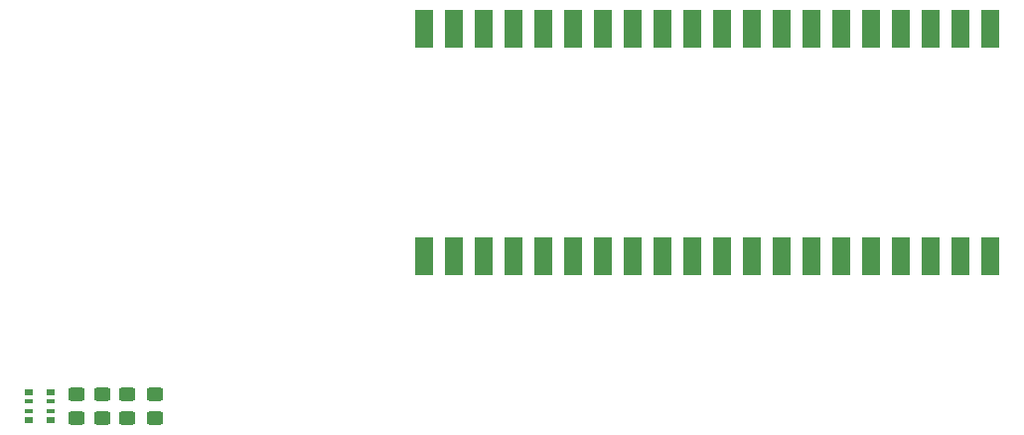
<source format=gtp>
%TF.GenerationSoftware,KiCad,Pcbnew,(6.0.1)*%
%TF.CreationDate,2022-03-14T09:24:09-06:00*%
%TF.ProjectId,PicoFlasher_Breakout_Board_V1,5069636f-466c-4617-9368-65725f427265,rev?*%
%TF.SameCoordinates,Original*%
%TF.FileFunction,Paste,Top*%
%TF.FilePolarity,Positive*%
%FSLAX46Y46*%
G04 Gerber Fmt 4.6, Leading zero omitted, Abs format (unit mm)*
G04 Created by KiCad (PCBNEW (6.0.1)) date 2022-03-14 09:24:09*
%MOMM*%
%LPD*%
G01*
G04 APERTURE LIST*
G04 Aperture macros list*
%AMRoundRect*
0 Rectangle with rounded corners*
0 $1 Rounding radius*
0 $2 $3 $4 $5 $6 $7 $8 $9 X,Y pos of 4 corners*
0 Add a 4 corners polygon primitive as box body*
4,1,4,$2,$3,$4,$5,$6,$7,$8,$9,$2,$3,0*
0 Add four circle primitives for the rounded corners*
1,1,$1+$1,$2,$3*
1,1,$1+$1,$4,$5*
1,1,$1+$1,$6,$7*
1,1,$1+$1,$8,$9*
0 Add four rect primitives between the rounded corners*
20,1,$1+$1,$2,$3,$4,$5,0*
20,1,$1+$1,$4,$5,$6,$7,0*
20,1,$1+$1,$6,$7,$8,$9,0*
20,1,$1+$1,$8,$9,$2,$3,0*%
G04 Aperture macros list end*
%ADD10RoundRect,0.250000X-0.450000X0.325000X-0.450000X-0.325000X0.450000X-0.325000X0.450000X0.325000X0*%
%ADD11R,1.600000X3.200000*%
%ADD12R,0.800000X0.500000*%
%ADD13R,0.800000X0.400000*%
G04 APERTURE END LIST*
D10*
%TO.C,D3*%
X98750000Y-97700000D03*
X98750000Y-99750000D03*
%TD*%
%TO.C,D2*%
X96550000Y-97700000D03*
X96550000Y-99750000D03*
%TD*%
D11*
%TO.C,U1e*%
X172280000Y-66560000D03*
X169740000Y-66560000D03*
X167200000Y-66560000D03*
X164660000Y-66560000D03*
X162120000Y-66560000D03*
X159580000Y-66560000D03*
X157040000Y-66560000D03*
X154500000Y-66560000D03*
X151960000Y-66560000D03*
X149420000Y-66560000D03*
X146880000Y-66560000D03*
X144340000Y-66560000D03*
X141800000Y-66560000D03*
X139260000Y-66560000D03*
X136720000Y-66560000D03*
X134180000Y-66560000D03*
X131640000Y-66560000D03*
X129100000Y-66560000D03*
X126560000Y-66560000D03*
X124020000Y-66560000D03*
X124020000Y-85940000D03*
X126560000Y-85940000D03*
X129100000Y-85940000D03*
X131640000Y-85940000D03*
X134180000Y-85940000D03*
X136720000Y-85940000D03*
X139260000Y-85940000D03*
X141800000Y-85940000D03*
X144340000Y-85940000D03*
X146880000Y-85940000D03*
X149420000Y-85940000D03*
X151960000Y-85940000D03*
X154500000Y-85940000D03*
X157040000Y-85940000D03*
X159580000Y-85940000D03*
X162120000Y-85940000D03*
X164660000Y-85940000D03*
X167200000Y-85940000D03*
X169740000Y-85940000D03*
X172280000Y-85940000D03*
%TD*%
D12*
%TO.C,RN1*%
X92150000Y-99950000D03*
D13*
X92150000Y-99150000D03*
X92150000Y-98350000D03*
D12*
X92150000Y-97550000D03*
X90350000Y-97550000D03*
D13*
X90350000Y-98350000D03*
X90350000Y-99150000D03*
D12*
X90350000Y-99950000D03*
%TD*%
D10*
%TO.C,D4*%
X101050000Y-97700000D03*
X101050000Y-99750000D03*
%TD*%
%TO.C,D1*%
X94375000Y-97700000D03*
X94375000Y-99750000D03*
%TD*%
M02*

</source>
